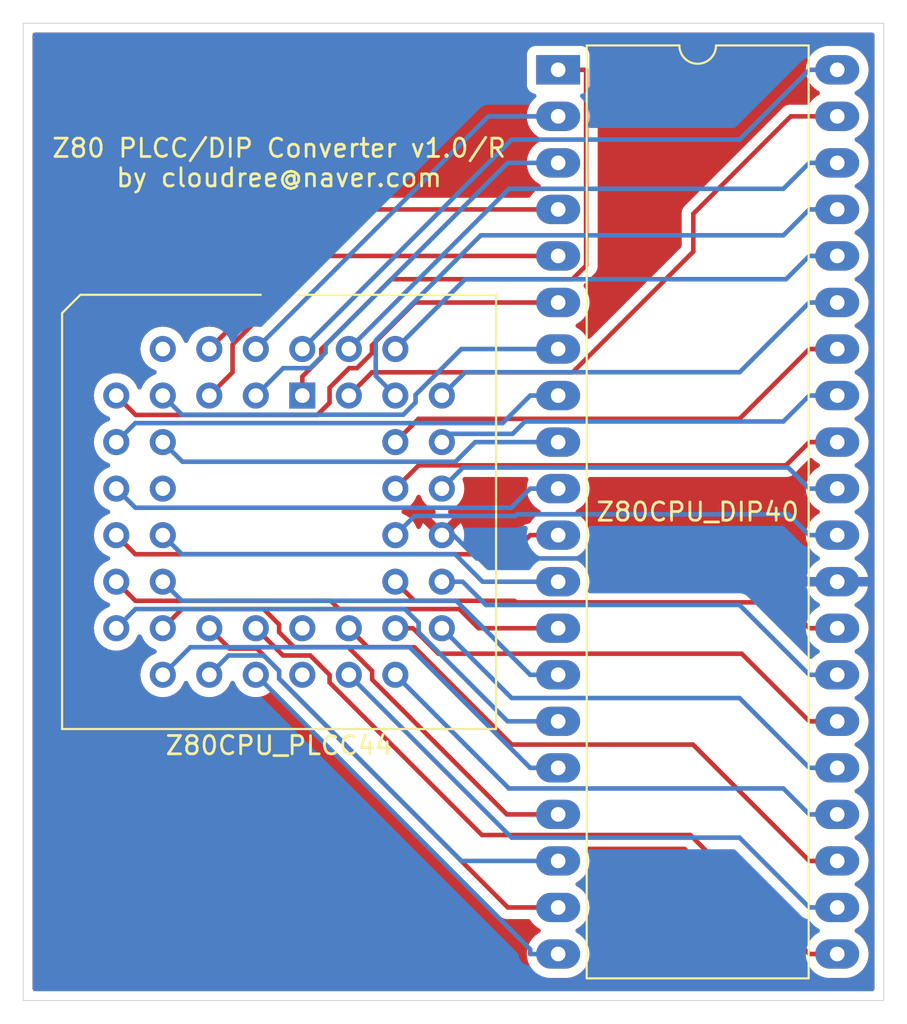
<source format=kicad_pcb>
(kicad_pcb (version 20211014) (generator pcbnew)
  (layers (0 "F.Cu" signal) (31 "B.Cu" signal) (34 "B.Paste" user) (35 "F.Paste" user) (36 "B.SilkS" user "B.Silkscreen") (37 "F.SilkS" user "F.Silkscreen") (38 "B.Mask" user) (39 "F.Mask" user) (44 "Edge.Cuts" user))
  (net 0 "")
  (net 1 "A11")
  (net 2 "#RD")
  (net 3 "A12")
  (net 4 "#WR")
  (net 5 "A13")
  (net 6 "#BUSAK")
  (net 7 "A14")
  (net 8 "#WAIT")
  (net 9 "A15")
  (net 10 "#BUSRQ")
  (net 11 "CLK")
  (net 12 "#RESET")
  (net 13 "D4")
  (net 14 "#M1")
  (net 15 "D3")
  (net 16 "#RFSH")
  (net 17 "D5")
  (net 18 "GND")
  (net 19 "D6")
  (net 20 "A0")
  (net 21 "+5V")
  (net 22 "A1")
  (net 23 "D2")
  (net 24 "A2")
  (net 25 "D7")
  (net 26 "A3")
  (net 27 "D0")
  (net 28 "A4")
  (net 29 "D1")
  (net 30 "A5")
  (net 31 "#INT")
  (net 32 "A6")
  (net 33 "#NMI")
  (net 34 "A7")
  (net 35 "#HALT")
  (net 36 "A8")
  (net 37 "#MREQ")
  (net 38 "A9")
  (net 39 "#IRQ")
  (net 40 "A10")
  (net 41 "Net-(U2-Pad6)")
  (net 42 "Net-(U2-Pad12)")
  (net 43 "Net-(U2-Pad25)")
  (net 44 "Net-(U2-Pad24)")
  (footprint "Package_DIP:DIP-40_W15.24mm_LongPads" (layer "F.Cu") (at 85.09 26.67)
    (fp_text reference "U1" hide)
    (fp_text value "Z80CPU_DIP40" (at 7.62 24.13) (layer "F.SilkS"))
    (fp_line (start 13.68 -1.33) (end 8.62 -1.33) (layer "F.SilkS") (width 0.12))
    (fp_line (start 1.56 -1.33) (end 1.56 49.59) (layer "F.SilkS") (width 0.12))
    (fp_line (start 1.56 49.59) (end 13.68 49.59) (layer "F.SilkS") (width 0.12))
    (fp_line (start 6.62 -1.33) (end 1.56 -1.33) (layer "F.SilkS") (width 0.12))
    (fp_line (start 13.68 49.59) (end 13.68 -1.33) (layer "F.SilkS") (width 0.12))
    (fp_arc (start 8.62 -1.33) (mid 7.62 -0.33) (end 6.62 -1.33) (layer "F.SilkS") (width 0.12))
    (pad "1" thru_hole rect locked (at 0 0) (size 2.4 1.6) (drill 0.8) (layers *.Cu *.Mask) (net 1 "A11"))
    (pad "2" thru_hole oval locked (at 0 2.54) (size 2.4 1.6) (drill 0.8) (layers *.Cu *.Mask) (net 3 "A12"))
    (pad "3" thru_hole oval locked (at 0 5.08) (size 2.4 1.6) (drill 0.8) (layers *.Cu *.Mask) (net 5 "A13"))
    (pad "4" thru_hole oval locked (at 0 7.62) (size 2.4 1.6) (drill 0.8) (layers *.Cu *.Mask) (net 7 "A14"))
    (pad "5" thru_hole oval locked (at 0 10.16) (size 2.4 1.6) (drill 0.8) (layers *.Cu *.Mask) (net 9 "A15"))
    (pad "6" thru_hole oval locked (at 0 12.7) (size 2.4 1.6) (drill 0.8) (layers *.Cu *.Mask) (net 11 "CLK"))
    (pad "7" thru_hole oval locked (at 0 15.24) (size 2.4 1.6) (drill 0.8) (layers *.Cu *.Mask) (net 13 "D4"))
    (pad "8" thru_hole oval locked (at 0 17.78) (size 2.4 1.6) (drill 0.8) (layers *.Cu *.Mask) (net 15 "D3"))
    (pad "9" thru_hole oval locked (at 0 20.32) (size 2.4 1.6) (drill 0.8) (layers *.Cu *.Mask) (net 17 "D5"))
    (pad "10" thru_hole oval locked (at 0 22.86) (size 2.4 1.6) (drill 0.8) (layers *.Cu *.Mask) (net 19 "D6"))
    (pad "11" thru_hole oval locked (at 0 25.4) (size 2.4 1.6) (drill 0.8) (layers *.Cu *.Mask) (net 21 "+5V"))
    (pad "12" thru_hole oval locked (at 0 27.94) (size 2.4 1.6) (drill 0.8) (layers *.Cu *.Mask) (net 23 "D2"))
    (pad "13" thru_hole oval locked (at 0 30.48) (size 2.4 1.6) (drill 0.8) (layers *.Cu *.Mask) (net 25 "D7"))
    (pad "14" thru_hole oval locked (at 0 33.02) (size 2.4 1.6) (drill 0.8) (layers *.Cu *.Mask) (net 27 "D0"))
    (pad "15" thru_hole oval locked (at 0 35.56) (size 2.4 1.6) (drill 0.8) (layers *.Cu *.Mask) (net 29 "D1"))
    (pad "16" thru_hole oval locked (at 0 38.1) (size 2.4 1.6) (drill 0.8) (layers *.Cu *.Mask) (net 31 "#INT"))
    (pad "17" thru_hole oval locked (at 0 40.64) (size 2.4 1.6) (drill 0.8) (layers *.Cu *.Mask) (net 33 "#NMI"))
    (pad "18" thru_hole oval locked (at 0 43.18) (size 2.4 1.6) (drill 0.8) (layers *.Cu *.Mask) (net 35 "#HALT"))
    (pad "19" thru_hole oval locked (at 0 45.72) (size 2.4 1.6) (drill 0.8) (layers *.Cu *.Mask) (net 37 "#MREQ"))
    (pad "20" thru_hole oval locked (at 0 48.26) (size 2.4 1.6) (drill 0.8) (layers *.Cu *.Mask) (net 39 "#IRQ"))
    (pad "21" thru_hole oval locked (at 15.24 48.26) (size 2.4 1.6) (drill 0.8) (layers *.Cu *.Mask) (net 2 "#RD"))
    (pad "22" thru_hole oval locked (at 15.24 45.72) (size 2.4 1.6) (drill 0.8) (layers *.Cu *.Mask) (net 4 "#WR"))
    (pad "23" thru_hole oval locked (at 15.24 43.18) (size 2.4 1.6) (drill 0.8) (layers *.Cu *.Mask) (net 6 "#BUSAK"))
    (pad "24" thru_hole oval locked (at 15.24 40.64) (size 2.4 1.6) (drill 0.8) (layers *.Cu *.Mask) (net 8 "#WAIT"))
    (pad "25" thru_hole oval locked (at 15.24 38.1) (size 2.4 1.6) (drill 0.8) (layers *.Cu *.Mask) (net 10 "#BUSRQ"))
    (pad "26" thru_hole oval locked (at 15.24 35.56) (size 2.4 1.6) (drill 0.8) (layers *.Cu *.Mask) (net 12 "#RESET"))
    (pad "27" thru_hole oval locked (at 15.24 33.02) (size 2.4 1.6) (drill 0.8) (layers *.Cu *.Mask) (net 14 "#M1"))
    (pad "28" thru_hole oval locked (at 15.24 30.48) (size 2.4 1.6) (drill 0.8) (layers *.Cu *.Mask) (net 16 "#RFSH"))
    (pad "29" thru_hole oval locked (at 15.24 27.94) (size 2.4 1.6) (drill 0.8) (layers *.Cu *.Mask) (net 18 "GND"))
    (pad "30" thru_hole oval locked (at 15.24 25.4) (size 2.4 1.6) (drill 0.8) (layers *.Cu *.Mask) (net 20 "A0"))
    (pad "31" thru_hole oval locked (at 15.24 22.86) (size 2.4 1.6) (drill 0.8) (layers *.Cu *.Mask) (net 22 "A1"))
    (pad "32" thru_hole oval locked (at 15.24 20.32) (size 2.4 1.6) (drill 0.8) (layers *.Cu *.Mask) (net 24 "A2"))
    (pad "33" thru_hole oval locked (at 15.24 17.78) (size 2.4 1.6) (drill 0.8) (layers *.Cu *.Mask) (net 26 "A3"))
    (pad "34" thru_hole oval locked (at 15.24 15.24) (size 2.4 1.6) (drill 0.8) (layers *.Cu *.Mask) (net 28 "A4"))
    (pad "35" thru_hole oval locked (at 15.24 12.7) (size 2.4 1.6) (drill 0.8) (layers *.Cu *.Mask) (net 30 "A5"))
    (pad "36" thru_hole oval locked (at 15.24 10.16) (size 2.4 1.6) (drill 0.8) (layers *.Cu *.Mask) (net 32 "A6"))
    (pad "37" thru_hole oval locked (at 15.24 7.62) (size 2.4 1.6) (drill 0.8) (layers *.Cu *.Mask) (net 34 "A7"))
    (pad "38" thru_hole oval locked (at 15.24 5.08) (size 2.4 1.6) (drill 0.8) (layers *.Cu *.Mask) (net 36 "A8"))
    (pad "39" thru_hole oval locked (at 15.24 2.54) (size 2.4 1.6) (drill 0.8) (layers *.Cu *.Mask) (net 38 "A9"))
    (pad "40" thru_hole oval locked (at 15.24 0) (size 2.4 1.6) (drill 0.8) (layers *.Cu *.Mask) (net 40 "A10"))
  )
  (footprint "Package_LCC:PLCC-44_THT-Socket" (layer "F.Cu") (at 71.12 44.45)
    (fp_text reference "U2" hide)
    (fp_text value "Z80CPU_PLCC44" (at -1.27 19.1) (layer "F.SilkS"))
    (fp_line (start 10.58 18.2) (end 10.58 -5.5) (layer "F.SilkS") (width 0.12))
    (fp_line (start -12.12 -5.5) (end -13.12 -4.5) (layer "F.SilkS") (width 0.12))
    (fp_line (start -13.12 -4.5) (end -13.12 18.2) (layer "F.SilkS") (width 0.12))
    (fp_line (start -13.12 18.2) (end 10.58 18.2) (layer "F.SilkS") (width 0.12))
    (fp_line (start 10.58 -5.5) (end -0.27 -5.5) (layer "F.SilkS") (width 0.12))
    (fp_line (start -2.27 -5.5) (end -12.12 -5.5) (layer "F.SilkS") (width 0.12))
    (pad "1" thru_hole rect locked (at 0 0) (size 1.4224 1.4224) (drill 0.8) (layers *.Cu *.Mask) (net 1 "A11"))
    (pad "2" thru_hole circle locked (at -2.54 -2.54) (size 1.4224 1.4224) (drill 0.8) (layers *.Cu *.Mask) (net 3 "A12"))
    (pad "3" thru_hole circle locked (at -2.54 0) (size 1.4224 1.4224) (drill 0.8) (layers *.Cu *.Mask) (net 5 "A13"))
    (pad "4" thru_hole circle locked (at -5.08 -2.54) (size 1.4224 1.4224) (drill 0.8) (layers *.Cu *.Mask) (net 7 "A14"))
    (pad "5" thru_hole circle locked (at -5.08 0) (size 1.4224 1.4224) (drill 0.8) (layers *.Cu *.Mask) (net 9 "A15"))
    (pad "6" thru_hole circle locked (at -7.62 -2.54) (size 1.4224 1.4224) (drill 0.8) (layers *.Cu *.Mask) (net 41 "Net-(U2-Pad6)"))
    (pad "7" thru_hole circle locked (at -10.16 0) (size 1.4224 1.4224) (drill 0.8) (layers *.Cu *.Mask) (net 11 "CLK"))
    (pad "8" thru_hole circle locked (at -7.62 0) (size 1.4224 1.4224) (drill 0.8) (layers *.Cu *.Mask) (net 13 "D4"))
    (pad "9" thru_hole circle locked (at -10.16 2.54) (size 1.4224 1.4224) (drill 0.8) (layers *.Cu *.Mask) (net 15 "D3"))
    (pad "10" thru_hole circle locked (at -7.62 2.54) (size 1.4224 1.4224) (drill 0.8) (layers *.Cu *.Mask) (net 17 "D5"))
    (pad "11" thru_hole circle locked (at -10.16 5.08) (size 1.4224 1.4224) (drill 0.8) (layers *.Cu *.Mask) (net 19 "D6"))
    (pad "12" thru_hole circle locked (at -7.62 5.08) (size 1.4224 1.4224) (drill 0.8) (layers *.Cu *.Mask) (net 42 "Net-(U2-Pad12)"))
    (pad "13" thru_hole circle locked (at -10.16 7.62) (size 1.4224 1.4224) (drill 0.8) (layers *.Cu *.Mask) (net 21 "+5V"))
    (pad "14" thru_hole circle locked (at -7.62 7.62) (size 1.4224 1.4224) (drill 0.8) (layers *.Cu *.Mask) (net 23 "D2"))
    (pad "15" thru_hole circle locked (at -10.16 10.16) (size 1.4224 1.4224) (drill 0.8) (layers *.Cu *.Mask) (net 25 "D7"))
    (pad "16" thru_hole circle locked (at -7.62 10.16) (size 1.4224 1.4224) (drill 0.8) (layers *.Cu *.Mask) (net 27 "D0"))
    (pad "17" thru_hole circle locked (at -10.16 12.7) (size 1.4224 1.4224) (drill 0.8) (layers *.Cu *.Mask) (net 29 "D1"))
    (pad "18" thru_hole circle locked (at -7.62 15.24) (size 1.4224 1.4224) (drill 0.8) (layers *.Cu *.Mask) (net 31 "#INT"))
    (pad "19" thru_hole circle locked (at -7.62 12.7) (size 1.4224 1.4224) (drill 0.8) (layers *.Cu *.Mask) (net 33 "#NMI"))
    (pad "20" thru_hole circle locked (at -5.08 15.24) (size 1.4224 1.4224) (drill 0.8) (layers *.Cu *.Mask) (net 35 "#HALT"))
    (pad "21" thru_hole circle locked (at -5.08 12.7) (size 1.4224 1.4224) (drill 0.8) (layers *.Cu *.Mask) (net 37 "#MREQ"))
    (pad "22" thru_hole circle locked (at -2.54 15.24) (size 1.4224 1.4224) (drill 0.8) (layers *.Cu *.Mask) (net 39 "#IRQ"))
    (pad "23" thru_hole circle locked (at -2.54 12.7) (size 1.4224 1.4224) (drill 0.8) (layers *.Cu *.Mask) (net 2 "#RD"))
    (pad "24" thru_hole circle locked (at 0 15.24) (size 1.4224 1.4224) (drill 0.8) (layers *.Cu *.Mask) (net 44 "Net-(U2-Pad24)"))
    (pad "25" thru_hole circle locked (at 0 12.7) (size 1.4224 1.4224) (drill 0.8) (layers *.Cu *.Mask) (net 43 "Net-(U2-Pad25)"))
    (pad "26" thru_hole circle locked (at 2.54 15.24) (size 1.4224 1.4224) (drill 0.8) (layers *.Cu *.Mask) (net 4 "#WR"))
    (pad "27" thru_hole circle locked (at 2.54 12.7) (size 1.4224 1.4224) (drill 0.8) (layers *.Cu *.Mask) (net 6 "#BUSAK"))
    (pad "28" thru_hole circle locked (at 5.08 15.24) (size 1.4224 1.4224) (drill 0.8) (layers *.Cu *.Mask) (net 8 "#WAIT"))
    (pad "29" thru_hole circle locked (at 7.62 12.7) (size 1.4224 1.4224) (drill 0.8) (layers *.Cu *.Mask) (net 10 "#BUSRQ"))
    (pad "30" thru_hole circle locked (at 5.08 12.7) (size 1.4224 1.4224) (drill 0.8) (layers *.Cu *.Mask) (net 12 "#RESET"))
    (pad "31" thru_hole circle locked (at 7.62 10.16) (size 1.4224 1.4224) (drill 0.8) (layers *.Cu *.Mask) (net 14 "#M1"))
    (pad "32" thru_hole circle locked (at 5.08 10.16) (size 1.4224 1.4224) (drill 0.8) (layers *.Cu *.Mask) (net 16 "#RFSH"))
    (pad "33" thru_hole circle locked (at 7.62 7.62) (size 1.4224 1.4224) (drill 0.8) (layers *.Cu *.Mask) (net 18 "GND"))
    (pad "34" thru_hole circle locked (at 5.08 7.62) (size 1.4224 1.4224) (drill 0.8) (layers *.Cu *.Mask) (net 20 "A0"))
    (pad "35" thru_hole circle locked (at 7.62 5.08) (size 1.4224 1.4224) (drill 0.8) (layers *.Cu *.Mask) (net 22 "A1"))
    (pad "36" thru_hole circle locked (at 5.08 5.08) (size 1.4224 1.4224) (drill 0.8) (layers *.Cu *.Mask) (net 24 "A2"))
    (pad "37" thru_hole circle locked (at 7.62 2.54) (size 1.4224 1.4224) (drill 0.8) (layers *.Cu *.Mask) (net 26 "A3"))
    (pad "38" thru_hole circle locked (at 5.08 2.54) (size 1.4224 1.4224) (drill 0.8) (layers *.Cu *.Mask) (net 28 "A4"))
    (pad "39" thru_hole circle locked (at 7.62 0) (size 1.4224 1.4224) (drill 0.8) (layers *.Cu *.Mask) (net 30 "A5"))
    (pad "40" thru_hole circle locked (at 5.08 -2.54) (size 1.4224 1.4224) (drill 0.8) (layers *.Cu *.Mask) (net 32 "A6"))
    (pad "41" thru_hole circle locked (at 5.08 0) (size 1.4224 1.4224) (drill 0.8) (layers *.Cu *.Mask) (net 34 "A7"))
    (pad "42" thru_hole circle locked (at 2.54 -2.54) (size 1.4224 1.4224) (drill 0.8) (layers *.Cu *.Mask) (net 36 "A8"))
    (pad "43" thru_hole circle locked (at 2.54 0) (size 1.4224 1.4224) (drill 0.8) (layers *.Cu *.Mask) (net 38 "A9"))
    (pad "44" thru_hole circle locked (at 0 -2.54) (size 1.4224 1.4224) (drill 0.8) (layers *.Cu *.Mask) (net 40 "A10"))
  )
  (gr_line (start 55.88 24.13) (end 102.87 24.13) (layer "Edge.Cuts") (width 0.05))
  (gr_line (start 102.87 24.13) (end 102.87 77.47) (layer "Edge.Cuts") (width 0.05))
  (gr_line (start 55.88 24.13) (end 55.88 77.47) (layer "Edge.Cuts") (width 0.05))
  (gr_line (start 102.87 77.47) (end 55.88 77.47) (layer "Edge.Cuts") (width 0.05))
  (gr_text "Z80 PLCC/DIP Converter v1.0/R\nby cloudree@naver.com" (at 69.85 31.75) (layer "F.SilkS") (effects (font (size 1 1))))
  (segment (start 71.12 43.4135) (end 72.1565 42.377) (width 0.25) (layer "F.Cu") (net 1))
  (segment (start 85.09 26.67) (end 86.6153 26.67) (width 0.25) (layer "F.Cu") (net 1))
  (segment (start 85.8707 38.1) (end 86.6153 37.3554) (width 0.25) (layer "F.Cu") (net 1))
  (segment (start 86.6153 37.3554) (end 86.6153 26.67) (width 0.25) (layer "F.Cu") (net 1))
  (segment (start 72.1565 41.9208) (end 75.9773 38.1) (width 0.25) (layer "F.Cu") (net 1))
  (segment (start 75.9773 38.1) (end 85.8707 38.1) (width 0.25) (layer "F.Cu") (net 1))
  (segment (start 71.12 44.45) (end 71.12 43.4135) (width 0.25) (layer "F.Cu") (net 1))
  (segment (start 72.1565 42.377) (end 72.1565 41.9208) (width 0.25) (layer "F.Cu") (net 1))
  (segment (start 92.3101 68.4354) (end 98.8047 74.93) (width 0.25) (layer "F.Cu") (net 2))
  (segment (start 70.067 58.637) (end 71.5526 58.637) (width 0.25) (layer "F.Cu") (net 2))
  (segment (start 71.5526 58.637) (end 72.6084 59.6928) (width 0.25) (layer "F.Cu") (net 2))
  (segment (start 72.6084 59.6928) (end 72.6084 60.1157) (width 0.25) (layer "F.Cu") (net 2))
  (segment (start 68.58 57.15) (end 70.067 58.637) (width 0.25) (layer "F.Cu") (net 2))
  (segment (start 80.9281 68.4354) (end 92.3101 68.4354) (width 0.25) (layer "F.Cu") (net 2))
  (segment (start 72.6084 60.1157) (end 80.9281 68.4354) (width 0.25) (layer "F.Cu") (net 2))
  (segment (start 100.33 74.93) (end 98.8047 74.93) (width 0.25) (layer "F.Cu") (net 2))
  (segment (start 81.28 29.21) (end 85.09 29.21) (width 0.25) (layer "B.Cu") (net 3))
  (segment (start 68.58 41.91) (end 81.28 29.21) (width 0.25) (layer "B.Cu") (net 3))
  (segment (start 94.9947 68.58) (end 98.8047 72.39) (width 0.25) (layer "B.Cu") (net 4))
  (segment (start 73.66 59.69) (end 82.55 68.58) (width 0.25) (layer "B.Cu") (net 4))
  (segment (start 100.33 72.39) (end 98.8047 72.39) (width 0.25) (layer "B.Cu") (net 4))
  (segment (start 82.55 68.58) (end 94.9947 68.58) (width 0.25) (layer "B.Cu") (net 4))
  (segment (start 71.5413 42.9549) (end 72.39 42.1062) (width 0.25) (layer "B.Cu") (net 5))
  (segment (start 70.0751 42.9549) (end 71.5413 42.9549) (width 0.25) (layer "B.Cu") (net 5))
  (segment (start 82.3315 31.75) (end 85.09 31.75) (width 0.25) (layer "B.Cu") (net 5))
  (segment (start 72.39 41.6915) (end 82.3315 31.75) (width 0.25) (layer "B.Cu") (net 5))
  (segment (start 68.58 44.45) (end 70.0751 42.9549) (width 0.25) (layer "B.Cu") (net 5))
  (segment (start 72.39 42.1062) (end 72.39 41.6915) (width 0.25) (layer "B.Cu") (net 5))
  (segment (start 82.5548 63.5) (end 92.4547 63.5) (width 0.25) (layer "F.Cu") (net 6))
  (segment (start 73.66 57.15) (end 74.6966 58.1866) (width 0.25) (layer "F.Cu") (net 6))
  (segment (start 74.6966 58.1866) (end 77.2414 58.1866) (width 0.25) (layer "F.Cu") (net 6))
  (segment (start 92.4547 63.5) (end 98.8047 69.85) (width 0.25) (layer "F.Cu") (net 6))
  (segment (start 100.33 69.85) (end 98.8047 69.85) (width 0.25) (layer "F.Cu") (net 6))
  (segment (start 77.2414 58.1866) (end 82.5548 63.5) (width 0.25) (layer "F.Cu") (net 6))
  (segment (start 73.66 34.29) (end 85.09 34.29) (width 0.25) (layer "F.Cu") (net 7))
  (segment (start 66.04 41.91) (end 73.66 34.29) (width 0.25) (layer "F.Cu") (net 7))
  (segment (start 100.33 67.31) (end 98.8047 67.31) (width 0.25) (layer "B.Cu") (net 8))
  (segment (start 82.4054 65.8954) (end 76.2 59.69) (width 0.25) (layer "B.Cu") (net 8))
  (segment (start 98.8047 67.31) (end 97.3901 65.8954) (width 0.25) (layer "B.Cu") (net 8))
  (segment (start 97.3901 65.8954) (end 82.4054 65.8954) (width 0.25) (layer "B.Cu") (net 8))
  (segment (start 66.04 44.45) (end 67.31 43.18) (width 0.25) (layer "F.Cu") (net 9))
  (segment (start 67.31 41.6631) (end 72.1431 36.83) (width 0.25) (layer "F.Cu") (net 9))
  (segment (start 67.31 43.18) (end 67.31 41.6631) (width 0.25) (layer "F.Cu") (net 9))
  (segment (start 72.1431 36.83) (end 85.09 36.83) (width 0.25) (layer "F.Cu") (net 9))
  (segment (start 98.8047 64.77) (end 94.9947 60.96) (width 0.25) (layer "B.Cu") (net 10))
  (segment (start 82.55 60.96) (end 78.74 57.15) (width 0.25) (layer "B.Cu") (net 10))
  (segment (start 94.9947 60.96) (end 82.55 60.96) (width 0.25) (layer "B.Cu") (net 10))
  (segment (start 100.33 64.77) (end 98.8047 64.77) (width 0.25) (layer "B.Cu") (net 10))
  (segment (start 77.2646 39.37) (end 85.09 39.37) (width 0.25) (layer "F.Cu") (net 11))
  (segment (start 74.9213 41.7133) (end 77.2646 39.37) (width 0.25) (layer "F.Cu") (net 11))
  (segment (start 74.102 42.9549) (end 74.9213 42.1356) (width 0.25) (layer "F.Cu") (net 11))
  (segment (start 72.6069 44.0219) (end 73.6739 42.9549) (width 0.25) (layer "F.Cu") (net 11))
  (segment (start 73.6739 42.9549) (end 74.102 42.9549) (width 0.25) (layer "F.Cu") (net 11))
  (segment (start 60.96 44.45) (end 62.0179 45.5079) (width 0.25) (layer "F.Cu") (net 11))
  (segment (start 71.9446 45.5079) (end 72.6069 44.8456) (width 0.25) (layer "F.Cu") (net 11))
  (segment (start 74.9213 42.1356) (end 74.9213 41.7133) (width 0.25) (layer "F.Cu") (net 11))
  (segment (start 72.6069 44.8456) (end 72.6069 44.0219) (width 0.25) (layer "F.Cu") (net 11))
  (segment (start 62.0179 45.5079) (end 71.9446 45.5079) (width 0.25) (layer "F.Cu") (net 11))
  (segment (start 78.549 58.539) (end 95.1137 58.539) (width 0.25) (layer "F.Cu") (net 12))
  (segment (start 100.33 62.23) (end 98.8047 62.23) (width 0.25) (layer "F.Cu") (net 12))
  (segment (start 76.2 57.15) (end 77.16 57.15) (width 0.25) (layer "F.Cu") (net 12))
  (segment (start 77.16 57.15) (end 78.549 58.539) (width 0.25) (layer "F.Cu") (net 12))
  (segment (start 95.1137 58.539) (end 98.8047 62.23) (width 0.25) (layer "F.Cu") (net 12))
  (segment (start 76.6323 45.4947) (end 77.3041 44.8229) (width 0.25) (layer "B.Cu") (net 13))
  (segment (start 77.3041 44.8229) (end 77.3041 44.4071) (width 0.25) (layer "B.Cu") (net 13))
  (segment (start 77.3041 44.4071) (end 79.8012 41.91) (width 0.25) (layer "B.Cu") (net 13))
  (segment (start 64.5447 45.4947) (end 76.6323 45.4947) (width 0.25) (layer "B.Cu") (net 13))
  (segment (start 63.5 44.45) (end 64.5447 45.4947) (width 0.25) (layer "B.Cu") (net 13))
  (segment (start 79.8012 41.91) (end 85.09 41.91) (width 0.25) (layer "B.Cu") (net 13))
  (segment (start 98.8047 59.69) (end 94.9947 55.88) (width 0.25) (layer "B.Cu") (net 14))
  (segment (start 100.33 59.69) (end 98.8047 59.69) (width 0.25) (layer "B.Cu") (net 14))
  (segment (start 79.876 54.61) (end 78.74 54.61) (width 0.25) (layer "B.Cu") (net 14))
  (segment (start 94.9947 55.88) (end 81.146 55.88) (width 0.25) (layer "B.Cu") (net 14))
  (segment (start 81.146 55.88) (end 79.876 54.61) (width 0.25) (layer "B.Cu") (net 14))
  (segment (start 83.5647 44.45) (end 82.0614 45.9533) (width 0.25) (layer "B.Cu") (net 15))
  (segment (start 61.9967 45.9533) (end 60.96 46.99) (width 0.25) (layer "B.Cu") (net 15))
  (segment (start 85.09 44.45) (end 83.5647 44.45) (width 0.25) (layer "B.Cu") (net 15))
  (segment (start 82.0614 45.9533) (end 61.9967 45.9533) (width 0.25) (layer "B.Cu") (net 15))
  (segment (start 77.2421 55.6521) (end 82.7037 55.6521) (width 0.25) (layer "F.Cu") (net 16))
  (segment (start 100.33 57.15) (end 98.8047 57.15) (width 0.25) (layer "F.Cu") (net 16))
  (segment (start 82.787 55.7354) (end 97.3901 55.7354) (width 0.25) (layer "F.Cu") (net 16))
  (segment (start 76.2 54.61) (end 77.2421 55.6521) (width 0.25) (layer "F.Cu") (net 16))
  (segment (start 82.7037 55.6521) (end 82.787 55.7354) (width 0.25) (layer "F.Cu") (net 16))
  (segment (start 97.3901 55.7354) (end 98.8047 57.15) (width 0.25) (layer "F.Cu") (net 16))
  (segment (start 63.5 46.99) (end 64.5716 48.0616) (width 0.25) (layer "B.Cu") (net 17))
  (segment (start 79.4844 48.0616) (end 80.556 46.99) (width 0.25) (layer "B.Cu") (net 17))
  (segment (start 80.556 46.99) (end 85.09 46.99) (width 0.25) (layer "B.Cu") (net 17))
  (segment (start 64.5716 48.0616) (end 79.4844 48.0616) (width 0.25) (layer "B.Cu") (net 17))
  (segment (start 80.647 53.34) (end 79.377 52.07) (width 0.25) (layer "B.Cu") (net 18))
  (segment (start 97.5347 53.34) (end 80.647 53.34) (width 0.25) (layer "B.Cu") (net 18))
  (segment (start 79.377 52.07) (end 78.74 52.07) (width 0.25) (layer "B.Cu") (net 18))
  (segment (start 98.8047 54.61) (end 97.5347 53.34) (width 0.25) (layer "B.Cu") (net 18))
  (segment (start 100.33 54.61) (end 98.8047 54.61) (width 0.25) (layer "B.Cu") (net 18))
  (segment (start 60.96 49.53) (end 62.0021 50.5721) (width 0.25) (layer "B.Cu") (net 19))
  (segment (start 85.09 49.53) (end 83.5647 49.53) (width 0.25) (layer "B.Cu") (net 19))
  (segment (start 82.5226 50.5721) (end 83.5647 49.53) (width 0.25) (layer "B.Cu") (net 19))
  (segment (start 62.0021 50.5721) (end 82.5226 50.5721) (width 0.25) (layer "B.Cu") (net 19))
  (segment (start 82.852 50.9309) (end 97.6656 50.9309) (width 0.25) (layer "B.Cu") (net 20))
  (segment (start 76.2 52.07) (end 77.2474 51.0226) (width 0.25) (layer "B.Cu") (net 20))
  (segment (start 100.33 52.07) (end 98.8047 52.07) (width 0.25) (layer "B.Cu") (net 20))
  (segment (start 77.2474 51.0226) (end 82.7603 51.0226) (width 0.25) (layer "B.Cu") (net 20))
  (segment (start 82.7603 51.0226) (end 82.852 50.9309) (width 0.25) (layer "B.Cu") (net 20))
  (segment (start 97.6656 50.9309) (end 98.8047 52.07) (width 0.25) (layer "B.Cu") (net 20))
  (segment (start 85.09 52.07) (end 83.5647 52.07) (width 0.25) (layer "F.Cu") (net 21))
  (segment (start 62.0016 53.1116) (end 82.5231 53.1116) (width 0.25) (layer "F.Cu") (net 21))
  (segment (start 82.5231 53.1116) (end 83.5647 52.07) (width 0.25) (layer "F.Cu") (net 21))
  (segment (start 60.96 52.07) (end 62.0016 53.1116) (width 0.25) (layer "F.Cu") (net 21))
  (segment (start 97.6554 48.3807) (end 98.8047 49.53) (width 0.25) (layer "B.Cu") (net 22))
  (segment (start 100.33 49.53) (end 98.8047 49.53) (width 0.25) (layer "B.Cu") (net 22))
  (segment (start 79.8893 48.3807) (end 97.6554 48.3807) (width 0.25) (layer "B.Cu") (net 22))
  (segment (start 78.74 49.53) (end 79.8893 48.3807) (width 0.25) (layer "B.Cu") (net 22))
  (segment (start 79.4647 53.113) (end 80.9617 54.61) (width 0.25) (layer "B.Cu") (net 23))
  (segment (start 63.5 52.07) (end 64.543 53.113) (width 0.25) (layer "B.Cu") (net 23))
  (segment (start 64.543 53.113) (end 79.4647 53.113) (width 0.25) (layer "B.Cu") (net 23))
  (segment (start 80.9617 54.61) (end 85.09 54.61) (width 0.25) (layer "B.Cu") (net 23))
  (segment (start 100.33 46.99) (end 98.8047 46.99) (width 0.25) (layer "F.Cu") (net 24))
  (segment (start 76.2 49.53) (end 77.47 48.26) (width 0.25) (layer "F.Cu") (net 24))
  (segment (start 97.5347 48.26) (end 98.8047 46.99) (width 0.25) (layer "F.Cu") (net 24))
  (segment (start 77.47 48.26) (end 97.5347 48.26) (width 0.25) (layer "F.Cu") (net 24))
  (segment (start 73.1228 56.1025) (end 79.6933 56.1025) (width 0.25) (layer "F.Cu") (net 25))
  (segment (start 72.6728 55.6525) (end 73.1228 56.1025) (width 0.25) (layer "F.Cu") (net 25))
  (segment (start 62.0025 55.6525) (end 72.6728 55.6525) (width 0.25) (layer "F.Cu") (net 25))
  (segment (start 60.96 54.61) (end 62.0025 55.6525) (width 0.25) (layer "F.Cu") (net 25))
  (segment (start 79.6933 56.1025) (end 80.7408 57.15) (width 0.25) (layer "F.Cu") (net 25))
  (segment (start 80.7408 57.15) (end 85.09 57.15) (width 0.25) (layer "F.Cu") (net 25))
  (segment (start 83.2801 45.8646) (end 97.3901 45.8646) (width 0.25) (layer "B.Cu") (net 26))
  (segment (start 100.33 44.45) (end 98.8047 44.45) (width 0.25) (layer "B.Cu") (net 26))
  (segment (start 97.3901 45.8646) (end 98.8047 44.45) (width 0.25) (layer "B.Cu") (net 26))
  (segment (start 82.6051 46.5396) (end 83.2801 45.8646) (width 0.25) (layer "B.Cu") (net 26))
  (segment (start 79.1904 46.5396) (end 82.6051 46.5396) (width 0.25) (layer "B.Cu") (net 26))
  (segment (start 78.74 46.99) (end 79.1904 46.5396) (width 0.25) (layer "B.Cu") (net 26))
  (segment (start 63.5 54.61) (end 64.5405 55.6505) (width 0.25) (layer "B.Cu") (net 27))
  (segment (start 79.5252 55.6505) (end 83.5647 59.69) (width 0.25) (layer "B.Cu") (net 27))
  (segment (start 64.5405 55.6505) (end 79.5252 55.6505) (width 0.25) (layer "B.Cu") (net 27))
  (segment (start 85.09 59.69) (end 83.5647 59.69) (width 0.25) (layer "B.Cu") (net 27))
  (segment (start 94.9947 45.72) (end 98.8047 41.91) (width 0.25) (layer "F.Cu") (net 28))
  (segment (start 76.2 46.99) (end 77.47 45.72) (width 0.25) (layer "F.Cu") (net 28))
  (segment (start 77.47 45.72) (end 94.9947 45.72) (width 0.25) (layer "F.Cu") (net 28))
  (segment (start 100.33 41.91) (end 98.8047 41.91) (width 0.25) (layer "F.Cu") (net 28))
  (segment (start 82.329 62.23) (end 85.09 62.23) (width 0.25) (layer "B.Cu") (net 29))
  (segment (start 60.96 57.15) (end 62.0091 56.1009) (width 0.25) (layer "B.Cu") (net 29))
  (segment (start 76.7181 56.1009) (end 77.4702 56.853) (width 0.25) (layer "B.Cu") (net 29))
  (segment (start 77.4702 56.853) (end 77.4702 57.3712) (width 0.25) (layer "B.Cu") (net 29))
  (segment (start 62.0091 56.1009) (end 76.7181 56.1009) (width 0.25) (layer "B.Cu") (net 29))
  (segment (start 77.4702 57.3712) (end 82.329 62.23) (width 0.25) (layer "B.Cu") (net 29))
  (segment (start 100.33 39.37) (end 98.8047 39.37) (width 0.25) (layer "B.Cu") (net 30))
  (segment (start 94.9983 43.1764) (end 80.0136 43.1764) (width 0.25) (layer "B.Cu") (net 30))
  (segment (start 80.0136 43.1764) (end 78.74 44.45) (width 0.25) (layer "B.Cu") (net 30))
  (segment (start 98.8047 39.37) (end 94.9983 43.1764) (width 0.25) (layer "B.Cu") (net 30))
  (segment (start 63.5 59.69) (end 65.0034 58.1866) (width 0.25) (layer "B.Cu") (net 31))
  (segment (start 76.9813 58.1866) (end 83.5647 64.77) (width 0.25) (layer "B.Cu") (net 31))
  (segment (start 65.0034 58.1866) (end 76.9813 58.1866) (width 0.25) (layer "B.Cu") (net 31))
  (segment (start 85.09 64.77) (end 83.5647 64.77) (width 0.25) (layer "B.Cu") (net 31))
  (segment (start 80.01 38.1) (end 97.5347 38.1) (width 0.25) (layer "B.Cu") (net 32))
  (segment (start 100.33 36.83) (end 98.8047 36.83) (width 0.25) (layer "B.Cu") (net 32))
  (segment (start 97.5347 38.1) (end 98.8047 36.83) (width 0.25) (layer "B.Cu") (net 32))
  (segment (start 76.2 41.91) (end 80.01 38.1) (width 0.25) (layer "B.Cu") (net 32))
  (segment (start 63.5 57.15) (end 64.5471 56.1029) (width 0.25) (layer "F.Cu") (net 33))
  (segment (start 69.0103 56.1029) (end 69.85 56.9426) (width 0.25) (layer "F.Cu") (net 33))
  (segment (start 74.93 59.4867) (end 74.93 59.9518) (width 0.25) (layer "F.Cu") (net 33))
  (segment (start 73.6299 58.1866) (end 74.93 59.4867) (width 0.25) (layer "F.Cu") (net 33))
  (segment (start 69.85 56.9426) (end 69.85 57.3628) (width 0.25) (layer "F.Cu") (net 33))
  (segment (start 70.6738 58.1866) (end 73.6299 58.1866) (width 0.25) (layer "F.Cu") (net 33))
  (segment (start 82.2882 67.31) (end 85.09 67.31) (width 0.25) (layer "F.Cu") (net 33))
  (segment (start 74.93 59.9518) (end 82.2882 67.31) (width 0.25) (layer "F.Cu") (net 33))
  (segment (start 69.85 57.3628) (end 70.6738 58.1866) (width 0.25) (layer "F.Cu") (net 33))
  (segment (start 64.5471 56.1029) (end 69.0103 56.1029) (width 0.25) (layer "F.Cu") (net 33))
  (segment (start 75.1284 41.4414) (end 80.8652 35.7046) (width 0.25) (layer "B.Cu") (net 34))
  (segment (start 100.33 34.29) (end 98.8047 34.29) (width 0.25) (layer "B.Cu") (net 34))
  (segment (start 76.2 44.45) (end 75.1284 43.3784) (width 0.25) (layer "B.Cu") (net 34))
  (segment (start 80.8652 35.7046) (end 97.3901 35.7046) (width 0.25) (layer "B.Cu") (net 34))
  (segment (start 97.3901 35.7046) (end 98.8047 34.29) (width 0.25) (layer "B.Cu") (net 34))
  (segment (start 75.1284 43.3784) (end 75.1284 41.4414) (width 0.25) (layer "B.Cu") (net 34))
  (segment (start 69.85 59.4801) (end 69.85 59.9016) (width 0.25) (layer "B.Cu") (net 35))
  (segment (start 66.04 59.69) (end 67.093 58.637) (width 0.25) (layer "B.Cu") (net 35))
  (segment (start 79.7984 69.85) (end 85.09 69.85) (width 0.25) (layer "B.Cu") (net 35))
  (segment (start 67.093 58.637) (end 69.0069 58.637) (width 0.25) (layer "B.Cu") (net 35))
  (segment (start 69.85 59.9016) (end 79.7984 69.85) (width 0.25) (layer "B.Cu") (net 35))
  (segment (start 69.0069 58.637) (end 69.85 59.4801) (width 0.25) (layer "B.Cu") (net 35))
  (segment (start 100.33 31.75) (end 98.8047 31.75) (width 0.25) (layer "B.Cu") (net 36))
  (segment (start 97.3901 33.1646) (end 98.8047 31.75) (width 0.25) (layer "B.Cu") (net 36))
  (segment (start 73.66 41.91) (end 82.4054 33.1646) (width 0.25) (layer "B.Cu") (net 36))
  (segment (start 82.4054 33.1646) (end 97.3901 33.1646) (width 0.25) (layer "B.Cu") (net 36))
  (segment (start 66.04 57.15) (end 67.1506 58.2606) (width 0.25) (layer "F.Cu") (net 37))
  (segment (start 69.85 59.8998) (end 82.3402 72.39) (width 0.25) (layer "F.Cu") (net 37))
  (segment (start 69.85 59.4697) (end 69.85 59.8998) (width 0.25) (layer "F.Cu") (net 37))
  (segment (start 67.1506 58.2606) (end 68.6409 58.2606) (width 0.25) (layer "F.Cu") (net 37))
  (segment (start 82.3402 72.39) (end 85.09 72.39) (width 0.25) (layer "F.Cu") (net 37))
  (segment (start 68.6409 58.2606) (end 69.85 59.4697) (width 0.25) (layer "F.Cu") (net 37))
  (segment (start 92.47165 36.59165) (end 85.8833 43.18) (width 0.25) (layer "F.Cu") (net 38))
  (segment (start 74.93 43.18) (end 73.66 44.45) (width 0.25) (layer "F.Cu") (net 38))
  (segment (start 97.79 29.21) (end 92.47165 34.52835) (width 0.25) (layer "F.Cu") (net 38))
  (segment (start 92.47165 34.52835) (end 92.47165 36.59165) (width 0.25) (layer "F.Cu") (net 38))
  (segment (start 85.8833 43.18) (end 74.93 43.18) (width 0.25) (layer "F.Cu") (net 38))
  (segment (start 100.33 29.21) (end 97.79 29.21) (width 0.25) (layer "F.Cu") (net 38))
  (segment (start 85.09 74.93) (end 83.5647 74.93) (width 0.25) (layer "B.Cu") (net 39))
  (segment (start 68.58 59.69) (end 83.5647 74.6747) (width 0.25) (layer "B.Cu") (net 39))
  (segment (start 83.5647 74.6747) (end 83.5647 74.93) (width 0.25) (layer "B.Cu") (net 39))
  (segment (start 100.33 26.67) (end 98.8047 26.67) (width 0.25) (layer "B.Cu") (net 40))
  (segment (start 82.55 30.48) (end 94.9947 30.48) (width 0.25) (layer "B.Cu") (net 40))
  (segment (start 94.9947 30.48) (end 98.8047 26.67) (width 0.25) (layer "B.Cu") (net 40))
  (segment (start 71.12 41.91) (end 82.55 30.48) (width 0.25) (layer "B.Cu") (net 40))
  (zone (net 18) (net_name "GND") (layers F&B.Cu) (connect_pads (clearance 0.508)) (min_thickness 0.254) (fill yes (thermal_gap 0.508) (thermal_bridge_width 0.508))
    (polygon (pts (xy 104.14 78.74) (xy 54.61 78.74) (xy 54.61 22.86) (xy 104.14 22.86)))
  )
)
</source>
